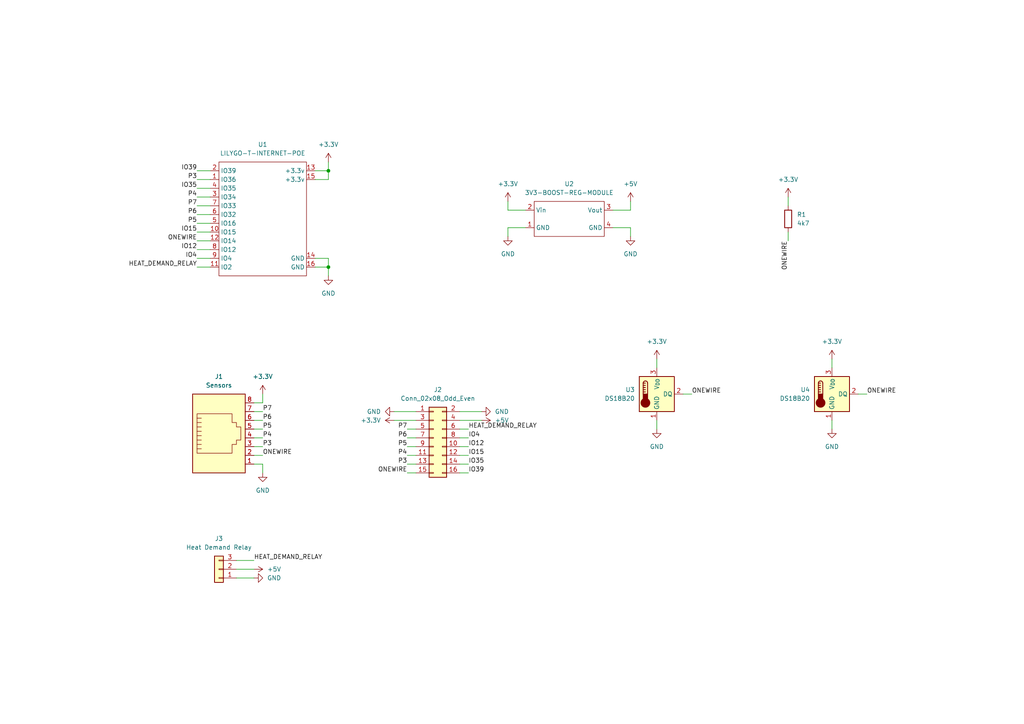
<source format=kicad_sch>
(kicad_sch (version 20230121) (generator eeschema)
  (paper "A4")
  (lib_symbols
    (symbol "Connector:RJ45" (pin_names (offset 1.016))
      (property "Reference" "J" (at -5.08 13.97 0))
      (property "Value" "RJ45" (at 2.54 13.97 0))
      (symbol "RJ45_0_1"
        (polyline (pts (xy -5.08 4.445) (xy -6.35 4.445)))
        (polyline (pts (xy -5.08 5.715) (xy -6.35 5.715)))
        (polyline (pts (xy -6.35 -3.175) (xy -5.08 -3.175) (xy -5.08 -3.175)))
        (polyline (pts (xy -6.35 -1.905) (xy -5.08 -1.905) (xy -5.08 -1.905)))
        (polyline (pts (xy -6.35 -0.635) (xy -5.08 -0.635) (xy -5.08 -0.635)))
        (polyline (pts (xy -6.35 0.635) (xy -5.08 0.635) (xy -5.08 0.635)))
        (polyline (pts (xy -6.35 1.905) (xy -5.08 1.905) (xy -5.08 1.905)))
        (polyline (pts (xy -5.08 3.175) (xy -6.35 3.175) (xy -6.35 3.175)))
        (polyline (pts (xy -6.35 -4.445) (xy -6.35 6.985) (xy 3.81 6.985) (xy 3.81 4.445) (xy 5.08 4.445) (xy 5.08 3.175) (xy 6.35 3.175) (xy 6.35 -0.635) (xy 5.08 -0.635) (xy 5.08 -1.905) (xy 3.81 -1.905) (xy 3.81 -4.445) (xy -6.35 -4.445) (xy -6.35 -4.445)))
        (rectangle (start 7.62 12.7) (end -7.62 -10.16) (stroke (width 0.254)) (fill (type background)))
      )
      (symbol "RJ45_1_1"
        (pin passive line (at 10.16 -7.62 180) (length 2.54) (name "~") (number "1"))
        (pin passive line (at 10.16 -5.08 180) (length 2.54) (name "~") (number "2"))
        (pin passive line (at 10.16 -2.54 180) (length 2.54) (name "~") (number "3"))
        (pin passive line (at 10.16 0 180) (length 2.54) (name "~") (number "4"))
        (pin passive line (at 10.16 2.54 180) (length 2.54) (name "~") (number "5"))
        (pin passive line (at 10.16 5.08 180) (length 2.54) (name "~") (number "6"))
        (pin passive line (at 10.16 7.62 180) (length 2.54) (name "~") (number "7"))
        (pin passive line (at 10.16 10.16 180) (length 2.54) (name "~") (number "8"))
      )
    )
    (symbol "Connector_Generic:Conn_01x03" (pin_names (offset 1.016) hide)
      (property "Reference" "J" (at 0 5.08 0))
      (property "Value" "Conn_01x03" (at 0 -5.08 0))
      (symbol "Conn_01x03_1_1"
        (rectangle (start -1.27 -2.413) (end 0 -2.667) (stroke (width 0.1524)))
        (rectangle (start -1.27 0.127) (end 0 -0.127) (stroke (width 0.1524)))
        (rectangle (start -1.27 2.667) (end 0 2.413) (stroke (width 0.1524)))
        (rectangle (start -1.27 3.81) (end 1.27 -3.81) (stroke (width 0.254)) (fill (type background)))
        (pin passive line (at -5.08 2.54 0) (length 3.81) (name "Pin_1") (number "1"))
        (pin passive line (at -5.08 0 0) (length 3.81) (name "Pin_2") (number "2"))
        (pin passive line (at -5.08 -2.54 0) (length 3.81) (name "Pin_3") (number "3"))
      )
    )
    (symbol "Connector_Generic:Conn_02x08_Odd_Even" (pin_names (offset 1.016) hide)
      (property "Reference" "J" (at 1.27 10.16 0))
      (property "Value" "Conn_02x08_Odd_Even" (at 1.27 -12.7 0))
      (symbol "Conn_02x08_Odd_Even_1_1"
        (rectangle (start -1.27 -10.033) (end 0 -10.287) (stroke (width 0.1524)))
        (rectangle (start -1.27 -7.493) (end 0 -7.747) (stroke (width 0.1524)))
        (rectangle (start -1.27 -4.953) (end 0 -5.207) (stroke (width 0.1524)))
        (rectangle (start -1.27 -2.413) (end 0 -2.667) (stroke (width 0.1524)))
        (rectangle (start -1.27 0.127) (end 0 -0.127) (stroke (width 0.1524)))
        (rectangle (start -1.27 2.667) (end 0 2.413) (stroke (width 0.1524)))
        (rectangle (start -1.27 5.207) (end 0 4.953) (stroke (width 0.1524)))
        (rectangle (start -1.27 7.747) (end 0 7.493) (stroke (width 0.1524)))
        (rectangle (start -1.27 8.89) (end 3.81 -11.43) (stroke (width 0.254)) (fill (type background)))
        (rectangle (start 3.81 -10.033) (end 2.54 -10.287) (stroke (width 0.1524)))
        (rectangle (start 3.81 -7.493) (end 2.54 -7.747) (stroke (width 0.1524)))
        (rectangle (start 3.81 -4.953) (end 2.54 -5.207) (stroke (width 0.1524)))
        (rectangle (start 3.81 -2.413) (end 2.54 -2.667) (stroke (width 0.1524)))
        (rectangle (start 3.81 0.127) (end 2.54 -0.127) (stroke (width 0.1524)))
        (rectangle (start 3.81 2.667) (end 2.54 2.413) (stroke (width 0.1524)))
        (rectangle (start 3.81 5.207) (end 2.54 4.953) (stroke (width 0.1524)))
        (rectangle (start 3.81 7.747) (end 2.54 7.493) (stroke (width 0.1524)))
        (pin passive line (at -5.08 7.62 0) (length 3.81) (name "Pin_1") (number "1"))
        (pin passive line (at 7.62 -2.54 180) (length 3.81) (name "Pin_10") (number "10"))
        (pin passive line (at -5.08 -5.08 0) (length 3.81) (name "Pin_11") (number "11"))
        (pin passive line (at 7.62 -5.08 180) (length 3.81) (name "Pin_12") (number "12"))
        (pin passive line (at -5.08 -7.62 0) (length 3.81) (name "Pin_13") (number "13"))
        (pin passive line (at 7.62 -7.62 180) (length 3.81) (name "Pin_14") (number "14"))
        (pin passive line (at -5.08 -10.16 0) (length 3.81) (name "Pin_15") (number "15"))
        (pin passive line (at 7.62 -10.16 180) (length 3.81) (name "Pin_16") (number "16"))
        (pin passive line (at 7.62 7.62 180) (length 3.81) (name "Pin_2") (number "2"))
        (pin passive line (at -5.08 5.08 0) (length 3.81) (name "Pin_3") (number "3"))
        (pin passive line (at 7.62 5.08 180) (length 3.81) (name "Pin_4") (number "4"))
        (pin passive line (at -5.08 2.54 0) (length 3.81) (name "Pin_5") (number "5"))
        (pin passive line (at 7.62 2.54 180) (length 3.81) (name "Pin_6") (number "6"))
        (pin passive line (at -5.08 0 0) (length 3.81) (name "Pin_7") (number "7"))
        (pin passive line (at 7.62 0 180) (length 3.81) (name "Pin_8") (number "8"))
        (pin passive line (at -5.08 -2.54 0) (length 3.81) (name "Pin_9") (number "9"))
      )
    )
    (symbol "Device:R" (pin_numbers hide) (pin_names (offset 0))
      (property "Reference" "R" (at 2.032 0 90))
      (property "Value" "R" (at 0 0 90))
      (symbol "R_0_1"
        (rectangle (start -1.016 -2.54) (end 1.016 2.54) (stroke (width 0.254)))
      )
      (symbol "R_1_1"
        (pin passive line (at 0 3.81 270) (length 1.27) (name "~") (number "1"))
        (pin passive line (at 0 -3.81 90) (length 1.27) (name "~") (number "2"))
      )
    )
    (symbol "Sensor_Temperature:DS18B20"
      (property "Reference" "U" (at -3.81 6.35 0))
      (property "Value" "DS18B20" (at 6.35 6.35 0))
      (symbol "DS18B20_0_1"
        (rectangle (start -5.08 5.08) (end 5.08 -5.08) (stroke (width 0.254)) (fill (type background)))
        (circle (center -3.302 -2.54) (radius 1.27) (stroke (width 0.254)) (fill (type outline)))
        (rectangle (start -2.667 -1.905) (end -3.937 0) (stroke (width 0.254)) (fill (type outline)))
        (arc (start -2.667 3.175) (mid -3.302 3.8073) (end -3.937 3.175) (stroke (width 0.254)))
        (polyline (pts (xy -3.937 0.635) (xy -3.302 0.635)) (stroke (width 0.254)))
        (polyline (pts (xy -3.937 1.27) (xy -3.302 1.27)) (stroke (width 0.254)))
        (polyline (pts (xy -3.937 1.905) (xy -3.302 1.905)) (stroke (width 0.254)))
        (polyline (pts (xy -3.937 2.54) (xy -3.302 2.54)) (stroke (width 0.254)))
        (polyline (pts (xy -3.937 3.175) (xy -3.937 0)) (stroke (width 0.254)))
        (polyline (pts (xy -3.937 3.175) (xy -3.302 3.175)) (stroke (width 0.254)))
        (polyline (pts (xy -2.667 3.175) (xy -2.667 0)) (stroke (width 0.254)))
      )
      (symbol "DS18B20_1_1"
        (pin power_in line (at 0 -7.62 90) (length 2.54) (name "GND") (number "1"))
        (pin bidirectional line (at 7.62 0 180) (length 2.54) (name "DQ") (number "2"))
        (pin power_in line (at 0 7.62 270) (length 2.54) (name "V_{DD}") (number "3"))
      )
    )
    (symbol "esphome_devices:3V3-BOOST-REG-MODULE"
      (property "Reference" "U" (at -10.16 6.35 0))
      (property "Value" "3V3-BOOST-REG-MODULE" (at 0 -6.35 0))
      (symbol "3V3-BOOST-REG-MODULE_0_1"
        (rectangle (start -10.16 5.08) (end 10.16 -5.08))
      )
      (symbol "3V3-BOOST-REG-MODULE_1_1"
        (pin power_in line (at -12.7 -2.54 0) (length 2.54) (name "GND") (number "1"))
        (pin power_in line (at -12.7 2.54 0) (length 2.54) (name "Vin") (number "2"))
        (pin power_out line (at 12.7 2.54 180) (length 2.54) (name "Vout") (number "3"))
        (pin power_out line (at 12.7 -2.54 180) (length 2.54) (name "GND") (number "4"))
      )
    )
    (symbol "esphome_devices:LILYGO-T-INTERNET-POE"
      (property "Reference" "U" (at -12.7 17.78 0))
      (property "Value" "LILYGO-T-INTERNET-POE" (at 0 -17.78 0))
      (symbol "LILYGO-T-INTERNET-POE_0_1"
        (rectangle (start -12.7 16.51) (end 12.7 -16.51))
      )
      (symbol "LILYGO-T-INTERNET-POE_1_1"
        (pin bidirectional line (at -15.24 11.43 0) (length 2.54) (name "IO36") (number "1"))
        (pin bidirectional line (at -15.24 -3.81 0) (length 2.54) (name "IO15") (number "10"))
        (pin bidirectional line (at -15.24 -13.97 0) (length 2.54) (name "IO2") (number "11"))
        (pin bidirectional line (at -15.24 -6.35 0) (length 2.54) (name "IO14") (number "12"))
        (pin power_in line (at 15.24 13.97 180) (length 2.54) (name "+3.3v") (number "13"))
        (pin power_in line (at 15.24 -11.43 180) (length 2.54) (name "GND") (number "14"))
        (pin power_in line (at 15.24 11.43 180) (length 2.54) (name "+3.3v") (number "15"))
        (pin power_in line (at 15.24 -13.97 180) (length 2.54) (name "GND") (number "16"))
        (pin bidirectional line (at -15.24 13.97 0) (length 2.54) (name "IO39") (number "2"))
        (pin bidirectional line (at -15.24 6.35 0) (length 2.54) (name "IO34") (number "3"))
        (pin bidirectional line (at -15.24 8.89 0) (length 2.54) (name "IO35") (number "4"))
        (pin bidirectional line (at -15.24 -1.27 0) (length 2.54) (name "IO16") (number "5"))
        (pin bidirectional line (at -15.24 1.27 0) (length 2.54) (name "IO32") (number "6"))
        (pin bidirectional line (at -15.24 3.81 0) (length 2.54) (name "IO33") (number "7"))
        (pin bidirectional line (at -15.24 -8.89 0) (length 2.54) (name "IO12") (number "8"))
        (pin bidirectional line (at -15.24 -11.43 0) (length 2.54) (name "IO4") (number "9"))
      )
    )
    (symbol "power:+3.3V" (power) (pin_names (offset 0))
      (property "Value" "+3.3V" (at 0 3.556 0))
      (symbol "+3.3V_0_1"
        (polyline (pts (xy -0.762 1.27) (xy 0 2.54)))
        (polyline (pts (xy 0 0) (xy 0 2.54)))
        (polyline (pts (xy 0 2.54) (xy 0.762 1.27)))
      )
      (symbol "+3.3V_1_1"
        (pin power_in line (at 0 0 90) (length 0) hide (name "+3.3V") (number "1"))
      )
    )
    (symbol "power:+5V" (power) (pin_names (offset 0))
      (property "Value" "+5V" (at 0 3.556 0))
      (symbol "+5V_0_1"
        (polyline (pts (xy -0.762 1.27) (xy 0 2.54)))
        (polyline (pts (xy 0 0) (xy 0 2.54)))
        (polyline (pts (xy 0 2.54) (xy 0.762 1.27)))
      )
      (symbol "+5V_1_1"
        (pin power_in line (at 0 0 90) (length 0) hide (name "+5V") (number "1"))
      )
    )
    (symbol "power:GND" (power) (pin_names (offset 0))
      (property "Value" "GND" (at 0 -3.81 0))
      (symbol "GND_0_1"
        (polyline (pts (xy 0 0) (xy 0 -1.27) (xy 1.27 -1.27) (xy 0 -2.54) (xy -1.27 -1.27) (xy 0 -1.27)))
      )
      (symbol "GND_1_1"
        (pin power_in line (at 0 0 270) (length 0) hide (name "GND") (number "1"))
      )
    )
  )
  (junction (at 95.25 49.53))
  (junction (at 95.25 77.47))
  (wire (pts (xy 133.35 134.62) (xy 135.89 134.62)))
  (wire (pts (xy 133.35 132.08) (xy 135.89 132.08)))
  (wire (pts (xy 228.6 57.15) (xy 228.6 59.69)))
  (wire (pts (xy 118.11 132.08) (xy 120.65 132.08)))
  (wire (pts (xy 182.88 60.96) (xy 182.88 58.42)))
  (wire (pts (xy 68.58 167.64) (xy 73.66 167.64)))
  (wire (pts (xy 68.58 162.56) (xy 73.66 162.56)))
  (wire (pts (xy 118.11 137.16) (xy 120.65 137.16)))
  (wire (pts (xy 57.15 57.15) (xy 60.96 57.15)))
  (wire (pts (xy 133.35 127) (xy 135.89 127)))
  (wire (pts (xy 133.35 121.92) (xy 139.7 121.92)))
  (wire (pts (xy 95.25 52.07) (xy 95.25 49.53)))
  (wire (pts (xy 95.25 77.47) (xy 95.25 80.01)))
  (wire (pts (xy 118.11 127) (xy 120.65 127)))
  (wire (pts (xy 57.15 59.69) (xy 60.96 59.69)))
  (wire (pts (xy 190.5 121.92) (xy 190.5 124.46)))
  (wire (pts (xy 118.11 134.62) (xy 120.65 134.62)))
  (wire (pts (xy 147.32 60.96) (xy 152.4 60.96)))
  (wire (pts (xy 73.66 127) (xy 76.2 127)))
  (wire (pts (xy 133.35 137.16) (xy 135.89 137.16)))
  (wire (pts (xy 95.25 49.53) (xy 95.25 46.99)))
  (wire (pts (xy 198.12 114.3) (xy 200.66 114.3)))
  (wire (pts (xy 118.11 129.54) (xy 120.65 129.54)))
  (wire (pts (xy 91.44 52.07) (xy 95.25 52.07)))
  (wire (pts (xy 73.66 129.54) (xy 76.2 129.54)))
  (wire (pts (xy 73.66 124.46) (xy 76.2 124.46)))
  (wire (pts (xy 114.3 119.38) (xy 120.65 119.38)))
  (wire (pts (xy 190.5 104.14) (xy 190.5 106.68)))
  (wire (pts (xy 114.3 121.92) (xy 120.65 121.92)))
  (wire (pts (xy 73.66 132.08) (xy 76.2 132.08)))
  (wire (pts (xy 147.32 58.42) (xy 147.32 60.96)))
  (wire (pts (xy 57.15 74.93) (xy 60.96 74.93)))
  (wire (pts (xy 91.44 74.93) (xy 95.25 74.93)))
  (wire (pts (xy 228.6 67.31) (xy 228.6 69.85)))
  (wire (pts (xy 182.88 66.04) (xy 182.88 68.58)))
  (wire (pts (xy 133.35 129.54) (xy 135.89 129.54)))
  (wire (pts (xy 147.32 66.04) (xy 152.4 66.04)))
  (wire (pts (xy 57.15 49.53) (xy 60.96 49.53)))
  (wire (pts (xy 57.15 52.07) (xy 60.96 52.07)))
  (wire (pts (xy 177.8 66.04) (xy 182.88 66.04)))
  (wire (pts (xy 248.92 114.3) (xy 251.46 114.3)))
  (wire (pts (xy 57.15 72.39) (xy 60.96 72.39)))
  (wire (pts (xy 68.58 165.1) (xy 73.66 165.1)))
  (wire (pts (xy 57.15 69.85) (xy 60.96 69.85)))
  (wire (pts (xy 95.25 74.93) (xy 95.25 77.47)))
  (wire (pts (xy 57.15 54.61) (xy 60.96 54.61)))
  (wire (pts (xy 91.44 77.47) (xy 95.25 77.47)))
  (wire (pts (xy 57.15 67.31) (xy 60.96 67.31)))
  (wire (pts (xy 133.35 124.46) (xy 135.89 124.46)))
  (wire (pts (xy 73.66 119.38) (xy 76.2 119.38)))
  (wire (pts (xy 57.15 77.47) (xy 60.96 77.47)))
  (wire (pts (xy 73.66 134.62) (xy 76.2 134.62)))
  (wire (pts (xy 91.44 49.53) (xy 95.25 49.53)))
  (wire (pts (xy 177.8 60.96) (xy 182.88 60.96)))
  (wire (pts (xy 57.15 64.77) (xy 60.96 64.77)))
  (wire (pts (xy 118.11 124.46) (xy 120.65 124.46)))
  (wire (pts (xy 147.32 68.58) (xy 147.32 66.04)))
  (wire (pts (xy 133.35 119.38) (xy 139.7 119.38)))
  (wire (pts (xy 76.2 134.62) (xy 76.2 137.16)))
  (wire (pts (xy 241.3 121.92) (xy 241.3 124.46)))
  (wire (pts (xy 57.15 62.23) (xy 60.96 62.23)))
  (wire (pts (xy 76.2 116.84) (xy 76.2 114.3)))
  (wire (pts (xy 241.3 104.14) (xy 241.3 106.68)))
  (wire (pts (xy 73.66 116.84) (xy 76.2 116.84)))
  (wire (pts (xy 73.66 121.92) (xy 76.2 121.92)))
  (label "HEAT_DEMAND_RELAY" (at 57.15 77.47 180))
  (label "P3" (at 57.15 52.07 180))
  (label "HEAT_DEMAND_RELAY" (at 73.66 162.56 0))
  (label "P3" (at 76.2 129.54 0))
  (label "P6" (at 76.2 121.92 0))
  (label "P7" (at 57.15 59.69 180))
  (label "IO15" (at 135.89 132.08 0))
  (label "ONEWIRE" (at 118.11 137.16 180))
  (label "P7" (at 76.2 119.38 0))
  (label "P4" (at 118.11 132.08 180))
  (label "ONEWIRE" (at 76.2 132.08 0))
  (label "P6" (at 57.15 62.23 180))
  (label "P3" (at 118.11 134.62 180))
  (label "IO4" (at 135.89 127 0))
  (label "ONEWIRE" (at 57.15 69.85 180))
  (label "IO35" (at 135.89 134.62 0))
  (label "IO15" (at 57.15 67.31 180))
  (label "ONEWIRE" (at 251.46 114.3 0))
  (label "HEAT_DEMAND_RELAY" (at 135.89 124.46 0))
  (label "P4" (at 57.15 57.15 180))
  (label "IO39" (at 57.15 49.53 180))
  (label "ONEWIRE" (at 200.66 114.3 0))
  (label "P7" (at 118.11 124.46 180))
  (label "ONEWIRE" (at 228.6 69.85 270))
  (label "IO35" (at 57.15 54.61 180))
  (label "P4" (at 76.2 127 0))
  (label "IO12" (at 135.89 129.54 0))
  (label "IO39" (at 135.89 137.16 0))
  (label "P6" (at 118.11 127 180))
  (label "P5" (at 118.11 129.54 180))
  (label "P5" (at 76.2 124.46 0))
  (label "IO4" (at 57.15 74.93 180))
  (label "IO12" (at 57.15 72.39 180))
  (label "P5" (at 57.15 64.77 180))
  (symbol (lib_id "power:+3.3V") (at 95.25 46.99 0) (unit 1)
    (property "Reference" "#PWR01" (effects hide))
    (property "Value" "+3.3V" (at 95.25 41.91 0))
  )
  (symbol (lib_id "power:+3.3V") (at 114.3 121.92 90) (unit 1)
    (property "Reference" "#PWR013" (effects hide))
    (property "Value" "+3.3V" (at 110.49 121.92 90) (effects (justify left)))
  )
  (symbol (lib_id "power:GND") (at 147.32 68.58 0) (unit 1)
    (property "Reference" "#PWR05" (effects hide))
    (property "Value" "GND" (at 147.32 73.66 0))
  )
  (symbol (lib_id "Connector_Generic:Conn_01x03") (at 63.5 165.1 180) (unit 1)
    (property "Reference" "J3" (at 63.5 156.21 0))
    (property "Value" "Heat Demand Relay" (at 63.5 158.75 0))
    (property "Footprint" "Connector_PinHeader_2.54mm:PinHeader_1x03_P2.54mm_Horizontal" (effects hide))
  )
  (symbol (lib_id "power:GND") (at 76.2 137.16 0) (unit 1)
    (property "Reference" "#PWR017" (effects hide))
    (property "Value" "GND" (at 76.2 142.24 0))
  )
  (symbol (lib_id "power:+3.3V") (at 190.5 104.14 0) (unit 1)
    (property "Reference" "#PWR08" (effects hide))
    (property "Value" "+3.3V" (at 190.5 99.06 0))
  )
  (symbol (lib_id "power:+5V") (at 182.88 58.42 0) (unit 1)
    (property "Reference" "#PWR04" (effects hide))
    (property "Value" "+5V" (at 182.88 53.34 0))
  )
  (symbol (lib_id "power:+3.3V") (at 241.3 104.14 0) (unit 1)
    (property "Reference" "#PWR09" (effects hide))
    (property "Value" "+3.3V" (at 241.3 99.06 0))
  )
  (symbol (lib_id "esphome_devices:LILYGO-T-INTERNET-POE") (at 76.2 63.5 0) (unit 1)
    (property "Reference" "U1" (at 76.2 41.91 0))
    (property "Value" "LILYGO-T-INTERNET-POE" (at 76.2 44.45 0))
    (property "Footprint" "esphome_devices:LILYGO-T-INTERNET-POE" (effects hide))
  )
  (symbol (lib_id "power:GND") (at 95.25 80.01 0) (unit 1)
    (property "Reference" "#PWR07" (effects hide))
    (property "Value" "GND" (at 95.25 85.09 0))
  )
  (symbol (lib_id "power:GND") (at 139.7 119.38 90) (unit 1)
    (property "Reference" "#PWR012" (effects hide))
    (property "Value" "GND" (at 143.51 119.38 90) (effects (justify right)))
  )
  (symbol (lib_id "power:GND") (at 241.3 124.46 0) (unit 1)
    (property "Reference" "#PWR016" (effects hide))
    (property "Value" "GND" (at 241.3 129.54 0))
  )
  (symbol (lib_id "Connector:RJ45") (at 63.5 127 0) (unit 1)
    (property "Reference" "J1" (at 63.5 109.22 0))
    (property "Value" "Sensors" (at 63.5 111.76 0))
    (property "Footprint" "Connector_RJ:RJ45_Amphenol_54602-x08_Horizontal" (effects hide))
  )
  (symbol (lib_id "power:+3.3V") (at 76.2 114.3 0) (unit 1)
    (property "Reference" "#PWR010" (effects hide))
    (property "Value" "+3.3V" (at 76.2 109.22 0))
  )
  (symbol (lib_id "esphome_devices:3V3-BOOST-REG-MODULE") (at 165.1 63.5 0) (unit 1)
    (property "Reference" "U2" (at 165.1 53.34 0))
    (property "Value" "3V3-BOOST-REG-MODULE" (at 165.1 55.88 0))
    (property "Footprint" "esphome_devices:3V3-BOOST-REG-MODULE" (effects hide))
  )
  (symbol (lib_id "power:+5V") (at 139.7 121.92 270) (unit 1)
    (property "Reference" "#PWR014" (effects hide))
    (property "Value" "+5V" (at 143.51 121.92 90) (effects (justify left)))
  )
  (symbol (lib_id "Sensor_Temperature:DS18B20") (at 190.5 114.3 0) (unit 1)
    (property "Reference" "U3" (at 184.15 113.03 0) (effects (justify right)))
    (property "Value" "DS18B20" (at 184.15 115.57 0) (effects (justify right)))
    (property "Footprint" "Package_TO_SOT_THT:TO-92_Inline" (effects hide))
    (property "Datasheet" "http://datasheets.maximintegrated.com/en/ds/DS18B20.pdf" (effects hide))
  )
  (symbol (lib_id "Connector_Generic:Conn_02x08_Odd_Even") (at 125.73 127 0) (unit 1)
    (property "Reference" "J2" (at 127 113.03 0))
    (property "Value" "Conn_02x08_Odd_Even" (at 127 115.57 0))
    (property "Footprint" "Connector_PinHeader_2.54mm:PinHeader_2x08_P2.54mm_Vertical" (effects hide))
  )
  (symbol (lib_id "Sensor_Temperature:DS18B20") (at 241.3 114.3 0) (unit 1)
    (property "Reference" "U4" (at 234.95 113.03 0) (effects (justify right)))
    (property "Value" "DS18B20" (at 234.95 115.57 0) (effects (justify right)))
    (property "Footprint" "Package_TO_SOT_THT:TO-92_Inline" (effects hide))
    (property "Datasheet" "http://datasheets.maximintegrated.com/en/ds/DS18B20.pdf" (effects hide))
  )
  (symbol (lib_id "power:+3.3V") (at 228.6 57.15 0) (unit 1)
    (property "Reference" "#PWR02" (effects hide))
    (property "Value" "+3.3V" (at 228.6 52.07 0))
  )
  (symbol (lib_id "power:GND") (at 114.3 119.38 270) (unit 1)
    (property "Reference" "#PWR011" (effects hide))
    (property "Value" "GND" (at 110.49 119.38 90) (effects (justify right)))
  )
  (symbol (lib_id "power:GND") (at 73.66 167.64 90) (unit 1)
    (property "Reference" "#PWR019" (effects hide))
    (property "Value" "GND" (at 77.47 167.64 90) (effects (justify right)))
  )
  (symbol (lib_id "Device:R") (at 228.6 63.5 0) (unit 1)
    (property "Reference" "R1" (at 231.14 62.23 0) (effects (justify left)))
    (property "Value" "4k7" (at 231.14 64.77 0) (effects (justify left)))
    (property "Footprint" "Resistor_THT:R_Axial_DIN0309_L9.0mm_D3.2mm_P12.70mm_Horizontal" (effects hide))
  )
  (symbol (lib_id "power:+5V") (at 73.66 165.1 270) (unit 1)
    (property "Reference" "#PWR018" (effects hide))
    (property "Value" "+5V" (at 77.47 165.1 90) (effects (justify left)))
  )
  (symbol (lib_id "power:GND") (at 182.88 68.58 0) (unit 1)
    (property "Reference" "#PWR06" (effects hide))
    (property "Value" "GND" (at 182.88 73.66 0))
  )
  (symbol (lib_id "power:GND") (at 190.5 124.46 0) (unit 1)
    (property "Reference" "#PWR015" (effects hide))
    (property "Value" "GND" (at 190.5 129.54 0))
  )
  (symbol (lib_id "power:+3.3V") (at 147.32 58.42 0) (unit 1)
    (property "Reference" "#PWR03" (effects hide))
    (property "Value" "+3.3V" (at 147.32 53.34 0))
  )
)
</source>
